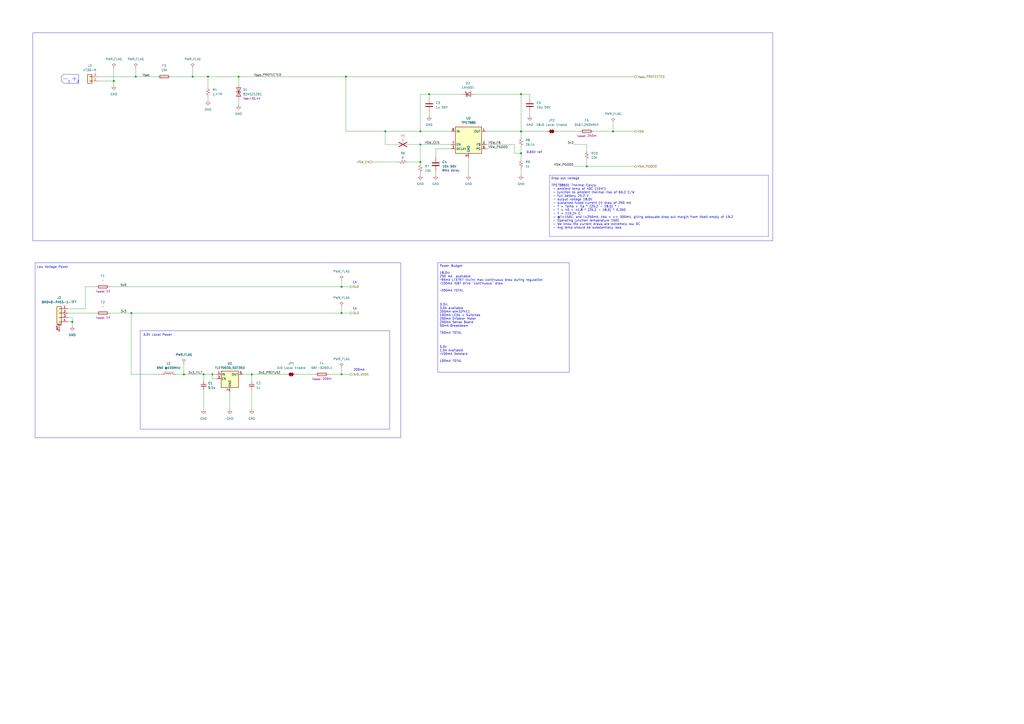
<source format=kicad_sch>
(kicad_sch (version 20231120) (generator "eeschema") (generator_version "8.0")
  (paper "A2")
  (title_block (title "Kicker") (date "2024-12-04") (rev "4.0") (company "The A-Team (RC SSL)") (comment 1 "W. Stuckey"))
  (lib_symbols
    (symbol "AT-PowerIC:TPS7B86-Q1"
      (property "Reference" "U" (at -6.604 -8.636 0))
      (property "Value" "TPS7B86" (at 1.524 -8.89 0))
      (symbol "TPS7B86-Q1_0_1"
        (rectangle (start -7.62 7.62) (end 7.62 -7.62) (stroke (width 0.254)) (fill (type background)))
      )
      (symbol "TPS7B86-Q1_1_0"
        (pin passive line (at -10.16 -5.08 0) (length 2.54) (name "DELAY") (number "3"))
        (pin open_collector line (at 10.16 -5.08 180) (length 2.54) (name "PG") (number "6"))
        (pin input line (at -10.16 -2.54 0) (length 2.54) (name "EN") (number "7"))
        (pin power_in line (at -10.16 5.08 0) (length 2.54) (name "IN") (number "8"))
        (pin passive line (at 0 -10.16 90) (length 2.54) hide (name "GND") (number "9"))
      )
      (symbol "TPS7B86-Q1_1_1"
        (pin power_out line (at 10.16 5.08 180) (length 2.54) (name "OUT") (number "1"))
        (pin input line (at 10.16 -2.54 180) (length 2.54) (name "FB") (number "2"))
        (pin no_connect line (at 0 7.62 270) (length 2.54) hide (name "NC") (number "4"))
        (pin power_in line (at 0 -10.16 90) (length 2.54) (name "GND") (number "5"))
      )
    )
    (symbol "Connector_Generic:Conn_01x02" (pin_names (offset 1.016) hide)
      (property "Reference" "J" (at 0 2.54 0))
      (property "Value" "Conn_01x02" (at 0 -5.08 0))
      (symbol "Conn_01x02_1_1"
        (rectangle (start -1.27 -2.413) (end 0 -2.667) (stroke (width 0.1524)))
        (rectangle (start -1.27 0.127) (end 0 -0.127) (stroke (width 0.1524)))
        (rectangle (start -1.27 1.27) (end 1.27 -3.81) (stroke (width 0.254)) (fill (type background)))
        (pin passive line (at -5.08 0 0) (length 3.81) (name "Pin_1") (number "1"))
        (pin passive line (at -5.08 -2.54 0) (length 3.81) (name "Pin_2") (number "2"))
      )
    )
    (symbol "Connector_Generic_MountingPin:Conn_01x04_MountingPin" (pin_names (offset 1.016) hide)
      (property "Reference" "J" (at 0 5.08 0))
      (property "Value" "Conn_01x04_MountingPin" (at 1.27 -7.62 0))
      (symbol "Conn_01x04_MountingPin_1_1"
        (rectangle (start -1.27 -4.953) (end 0 -5.207) (stroke (width 0.1524)))
        (rectangle (start -1.27 -2.413) (end 0 -2.667) (stroke (width 0.1524)))
        (rectangle (start -1.27 0.127) (end 0 -0.127) (stroke (width 0.1524)))
        (rectangle (start -1.27 2.667) (end 0 2.413) (stroke (width 0.1524)))
        (rectangle (start -1.27 3.81) (end 1.27 -6.35) (stroke (width 0.254)) (fill (type background)))
        (polyline (pts (xy -1.016 -7.112) (xy 1.016 -7.112)) (stroke (width 0.1524)))
        (text "Mounting" (at 0 -6.731 0) (effects (font (size 0.381 0.381))))
        (pin passive line (at -5.08 2.54 0) (length 3.81) (name "Pin_1") (number "1"))
        (pin passive line (at -5.08 0 0) (length 3.81) (name "Pin_2") (number "2"))
        (pin passive line (at -5.08 -2.54 0) (length 3.81) (name "Pin_3") (number "3"))
        (pin passive line (at -5.08 -5.08 0) (length 3.81) (name "Pin_4") (number "4"))
        (pin passive line (at 0 -10.16 90) (length 3.048) (name "MountPin") (number "MP"))
      )
    )
    (symbol "Device:C" (pin_numbers hide) (pin_names (offset 0.254))
      (property "Reference" "C" (at 0.635 2.54 0))
      (property "Value" "C" (at 0.635 -2.54 0))
      (symbol "C_0_1"
        (polyline (pts (xy -2.032 -0.762) (xy 2.032 -0.762)) (stroke (width 0.508)))
        (polyline (pts (xy -2.032 0.762) (xy 2.032 0.762)) (stroke (width 0.508)))
      )
      (symbol "C_1_1"
        (pin passive line (at 0 3.81 270) (length 2.794) (name "~") (number "1"))
        (pin passive line (at 0 -3.81 90) (length 2.794) (name "~") (number "2"))
      )
    )
    (symbol "Device:C_Small" (pin_numbers hide) (pin_names (offset 0.254) hide)
      (property "Reference" "C" (at 0.254 1.778 0))
      (property "Value" "C_Small" (at 0.254 -2.032 0))
      (symbol "C_Small_0_1"
        (polyline (pts (xy -1.524 -0.508) (xy 1.524 -0.508)) (stroke (width 0.3302)))
        (polyline (pts (xy -1.524 0.508) (xy 1.524 0.508)) (stroke (width 0.3048)))
      )
      (symbol "C_Small_1_1"
        (pin passive line (at 0 2.54 270) (length 2.032) (name "~") (number "1"))
        (pin passive line (at 0 -2.54 90) (length 2.032) (name "~") (number "2"))
      )
    )
    (symbol "Device:D_Schottky" (pin_numbers hide) (pin_names (offset 1.016) hide)
      (property "Reference" "D" (at 0 2.54 0))
      (property "Value" "D_Schottky" (at 0 -2.54 0))
      (symbol "D_Schottky_0_1"
        (polyline (pts (xy 1.27 0) (xy -1.27 0)))
        (polyline (pts (xy 1.27 1.27) (xy 1.27 -1.27) (xy -1.27 0) (xy 1.27 1.27)) (stroke (width 0.254)))
        (polyline (pts (xy -1.905 0.635) (xy -1.905 1.27) (xy -1.27 1.27) (xy -1.27 -1.27) (xy -0.635 -1.27) (xy -0.635 -0.635)) (stroke (width 0.254)))
      )
      (symbol "D_Schottky_1_1"
        (pin passive line (at -3.81 0 0) (length 2.54) (name "K") (number "1"))
        (pin passive line (at 3.81 0 180) (length 2.54) (name "A") (number "2"))
      )
    )
    (symbol "Device:D_TVS" (pin_numbers hide) (pin_names (offset 1.016) hide)
      (property "Reference" "D" (at 0 2.54 0))
      (property "Value" "D_TVS" (at 0 -2.54 0))
      (symbol "D_TVS_0_1"
        (polyline (pts (xy 1.27 0) (xy -1.27 0)))
        (polyline (pts (xy 0.508 1.27) (xy 0 1.27) (xy 0 -1.27) (xy -0.508 -1.27)) (stroke (width 0.254)))
        (polyline (pts (xy -2.54 1.27) (xy -2.54 -1.27) (xy 2.54 1.27) (xy 2.54 -1.27) (xy -2.54 1.27)) (stroke (width 0.254)))
      )
      (symbol "D_TVS_1_1"
        (pin passive line (at -3.81 0 0) (length 2.54) (name "A1") (number "1"))
        (pin passive line (at 3.81 0 180) (length 2.54) (name "A2") (number "2"))
      )
    )
    (symbol "Device:Fuse" (pin_numbers hide) (pin_names (offset 0))
      (property "Reference" "F" (at 2.032 0 90))
      (property "Value" "Fuse" (at -1.905 0 90))
      (symbol "Fuse_0_1"
        (rectangle (start -0.762 -2.54) (end 0.762 2.54) (stroke (width 0.254)))
        (polyline (pts (xy 0 2.54) (xy 0 -2.54)))
      )
      (symbol "Fuse_1_1"
        (pin passive line (at 0 3.81 270) (length 1.27) (name "~") (number "1"))
        (pin passive line (at 0 -3.81 90) (length 1.27) (name "~") (number "2"))
      )
    )
    (symbol "Device:L_Ferrite" (pin_numbers hide) (pin_names (offset 1.016) hide)
      (property "Reference" "L" (at -1.27 0 90))
      (property "Value" "L_Ferrite" (at 2.794 0 90))
      (symbol "L_Ferrite_0_1"
        (arc (start 0 -2.54) (mid 0.6323 -1.905) (end 0 -1.27))
        (arc (start 0 -1.27) (mid 0.6323 -0.635) (end 0 0))
        (polyline (pts (xy 1.016 -2.794) (xy 1.016 -2.286)))
        (polyline (pts (xy 1.016 -1.778) (xy 1.016 -1.27)))
        (polyline (pts (xy 1.016 -0.762) (xy 1.016 -0.254)))
        (polyline (pts (xy 1.016 0.254) (xy 1.016 0.762)))
        (polyline (pts (xy 1.016 1.27) (xy 1.016 1.778)))
        (polyline (pts (xy 1.016 2.286) (xy 1.016 2.794)))
        (polyline (pts (xy 1.524 -2.286) (xy 1.524 -2.794)))
        (polyline (pts (xy 1.524 -1.27) (xy 1.524 -1.778)))
        (polyline (pts (xy 1.524 -0.254) (xy 1.524 -0.762)))
        (polyline (pts (xy 1.524 0.762) (xy 1.524 0.254)))
        (polyline (pts (xy 1.524 1.778) (xy 1.524 1.27)))
        (polyline (pts (xy 1.524 2.794) (xy 1.524 2.286)))
        (arc (start 0 0) (mid 0.6323 0.635) (end 0 1.27))
        (arc (start 0 1.27) (mid 0.6323 1.905) (end 0 2.54))
      )
      (symbol "L_Ferrite_1_1"
        (pin passive line (at 0 3.81 270) (length 1.27) (name "1") (number "1"))
        (pin passive line (at 0 -3.81 90) (length 1.27) (name "2") (number "2"))
      )
    )
    (symbol "Device:R_Small_US" (pin_numbers hide) (pin_names (offset 0.254) hide)
      (property "Reference" "R" (at 0.762 0.508 0))
      (property "Value" "R_Small_US" (at 0.762 -1.016 0))
      (symbol "R_Small_US_1_1"
        (polyline (pts (xy 0 0) (xy 1.016 -0.381) (xy 0 -0.762) (xy -1.016 -1.143) (xy 0 -1.524)))
        (polyline (pts (xy 0 1.524) (xy 1.016 1.143) (xy 0 0.762) (xy -1.016 0.381) (xy 0 0)))
        (pin passive line (at 0 2.54 270) (length 1.016) (name "~") (number "1"))
        (pin passive line (at 0 -2.54 90) (length 1.016) (name "~") (number "2"))
      )
    )
    (symbol "Jumper:SolderJumper_2_Bridged" (pin_numbers hide) (pin_names (offset 0) hide) (exclude_from_sim yes) (in_bom no)
      (property "Reference" "JP" (at 0 2.032 0))
      (property "Value" "SolderJumper_2_Bridged" (at 0 -2.54 0))
      (symbol "SolderJumper_2_Bridged_0_1"
        (rectangle (start -0.508 0.508) (end 0.508 -0.508) (fill (type outline)))
        (arc (start -0.254 1.016) (mid -1.2656 0) (end -0.254 -1.016))
        (arc (start -0.254 1.016) (mid -1.2656 0) (end -0.254 -1.016) (fill (type outline)))
        (polyline (pts (xy -0.254 1.016) (xy -0.254 -1.016)))
        (polyline (pts (xy 0.254 1.016) (xy 0.254 -1.016)))
        (arc (start 0.254 -1.016) (mid 1.2656 0) (end 0.254 1.016))
        (arc (start 0.254 -1.016) (mid 1.2656 0) (end 0.254 1.016) (fill (type outline)))
      )
      (symbol "SolderJumper_2_Bridged_1_1"
        (pin passive line (at -3.81 0 0) (length 2.54) (name "A") (number "1"))
        (pin passive line (at 3.81 0 180) (length 2.54) (name "B") (number "2"))
      )
    )
    (symbol "Regulator_Linear:TLV70030_SOT353" (pin_names (offset 0.254))
      (property "Reference" "U" (at -3.81 5.715 0))
      (property "Value" "TLV70030_SOT353" (at 0 5.715 0))
      (symbol "TLV70030_SOT353_0_1"
        (rectangle (start -5.08 4.445) (end 5.08 -5.08) (stroke (width 0.254)) (fill (type background)))
      )
      (symbol "TLV70030_SOT353_1_1"
        (pin power_in line (at -7.62 2.54 0) (length 2.54) (name "IN") (number "1"))
        (pin power_in line (at 0 -7.62 90) (length 2.54) (name "GND") (number "2"))
        (pin input line (at -7.62 0 0) (length 2.54) (name "EN") (number "3"))
        (pin no_connect line (at 5.08 0 180) (length 2.54) hide (name "NC") (number "4"))
        (pin power_out line (at 7.62 2.54 180) (length 2.54) (name "OUT") (number "5"))
      )
    )
    (symbol "power:GND" (power) (pin_numbers hide) (pin_names (offset 0) hide)
      (property "Value" "GND" (at 0 -3.81 0))
      (symbol "GND_0_1"
        (polyline (pts (xy 0 0) (xy 0 -1.27) (xy 1.27 -1.27) (xy 0 -2.54) (xy -1.27 -1.27) (xy 0 -1.27)))
      )
      (symbol "GND_1_1"
        (pin power_in line (at 0 0 270) (length 0) (name "~") (number "1"))
      )
    )
    (symbol "power:PWR_FLAG" (power) (pin_numbers hide) (pin_names (offset 0) hide)
      (property "Value" "PWR_FLAG" (at 0 3.81 0))
      (symbol "PWR_FLAG_0_0"
        (pin power_out line (at 0 0 90) (length 0) (name "~") (number "1"))
      )
      (symbol "PWR_FLAG_0_1"
        (polyline (pts (xy 0 0) (xy 0 1.27) (xy -1.016 1.905) (xy 0 2.54) (xy 1.016 1.905) (xy 0 1.27)))
      )
    )
  )
  (junction (at 66.04 46.99))
  (junction (at 340.36 96.52))
  (junction (at 243.84 93.98))
  (junction (at 198.12 166.37))
  (junction (at 41.91 186.69))
  (junction (at 223.52 76.2))
  (junction (at 120.65 44.45))
  (junction (at 118.11 217.17))
  (junction (at 198.12 217.17))
  (junction (at 111.76 44.45))
  (junction (at 200.66 44.45))
  (junction (at 146.05 217.17))
  (junction (at 248.92 54.61))
  (junction (at 355.6 76.2))
  (junction (at 198.12 181.61))
  (junction (at 78.74 44.45))
  (junction (at 302.26 54.61))
  (junction (at 138.43 44.45))
  (junction (at 302.26 76.2))
  (junction (at 123.19 217.17))
  (junction (at 243.84 76.2))
  (junction (at 76.2 181.61))
  (junction (at 243.84 83.82))
  (junction (at 106.68 217.17))
  (junction (at 302.26 88.9))
  (no_connect (at 34.29 191.77))
  (wire (pts (xy 298.45 83.82) (xy 298.45 88.9)))
  (wire (pts (xy 39.37 186.69) (xy 41.91 186.69)))
  (wire (pts (xy 49.53 179.07) (xy 49.53 166.37)))
  (wire (pts (xy 243.84 54.61) (xy 243.84 76.2)))
  (wire (pts (xy 243.84 93.98) (xy 243.84 95.25)))
  (wire (pts (xy 120.65 44.45) (xy 138.43 44.45)))
  (wire (pts (xy 200.66 44.45) (xy 368.3 44.45)))
  (wire (pts (xy 332.74 83.82) (xy 340.36 83.82)))
  (wire (pts (xy 118.11 217.17) (xy 123.19 217.17)))
  (wire (pts (xy 368.3 96.52) (xy 340.36 96.52)))
  (polyline (pts (xy 39.37 45.72) (xy 36.83 45.72)) (stroke (width 0) (type solid)))
  (wire (pts (xy 120.65 44.45) (xy 120.65 50.8)))
  (wire (pts (xy 78.74 44.45) (xy 91.44 44.45)))
  (wire (pts (xy 355.6 76.2) (xy 368.3 76.2)))
  (wire (pts (xy 248.92 57.15) (xy 248.92 54.61)))
  (wire (pts (xy 302.26 85.09) (xy 302.26 88.9)))
  (wire (pts (xy 146.05 217.17) (xy 140.97 217.17)))
  (wire (pts (xy 76.2 217.17) (xy 76.2 181.61)))
  (wire (pts (xy 198.12 166.37) (xy 203.2 166.37)))
  (polyline (pts (xy 43.18 44.45) (xy 43.18 46.99)) (stroke (width 0) (type solid)))
  (wire (pts (xy 261.62 86.36) (xy 252.73 86.36)))
  (wire (pts (xy 236.22 83.82) (xy 243.84 83.82)))
  (wire (pts (xy 101.6 217.17) (xy 106.68 217.17)))
  (wire (pts (xy 106.68 217.17) (xy 118.11 217.17)))
  (wire (pts (xy 302.26 88.9) (xy 302.26 92.71)))
  (wire (pts (xy 39.37 181.61) (xy 55.88 181.61)))
  (wire (pts (xy 66.04 39.37) (xy 66.04 46.99)))
  (wire (pts (xy 76.2 181.61) (xy 198.12 181.61)))
  (wire (pts (xy 198.12 177.8) (xy 198.12 181.61)))
  (wire (pts (xy 323.85 76.2) (xy 336.55 76.2)))
  (wire (pts (xy 198.12 217.17) (xy 203.2 217.17)))
  (wire (pts (xy 57.15 44.45) (xy 78.74 44.45)))
  (wire (pts (xy 138.43 44.45) (xy 138.43 49.53)))
  (wire (pts (xy 78.74 39.37) (xy 78.74 44.45)))
  (polyline (pts (xy 35.56 44.45) (xy 35.56 46.99)) (stroke (width 0) (type solid)))
  (wire (pts (xy 223.52 76.2) (xy 200.66 76.2)))
  (wire (pts (xy 57.15 46.99) (xy 66.04 46.99)))
  (wire (pts (xy 307.34 64.77) (xy 307.34 67.31)))
  (polyline (pts (xy 45.72 43.18) (xy 36.83 43.18)) (stroke (width 0) (type solid)))
  (wire (pts (xy 231.14 83.82) (xy 223.52 83.82)))
  (polyline (pts (xy 35.56 46.99) (xy 36.83 48.26)) (stroke (width 0) (type solid)))
  (wire (pts (xy 118.11 217.17) (xy 118.11 220.98)))
  (wire (pts (xy 66.04 46.99) (xy 66.04 49.53)))
  (wire (pts (xy 123.19 219.71) (xy 123.19 217.17)))
  (wire (pts (xy 302.26 76.2) (xy 316.23 76.2)))
  (wire (pts (xy 125.73 219.71) (xy 123.19 219.71)))
  (wire (pts (xy 248.92 64.77) (xy 248.92 67.31)))
  (wire (pts (xy 252.73 99.06) (xy 252.73 101.6)))
  (wire (pts (xy 281.94 86.36) (xy 283.21 86.36)))
  (wire (pts (xy 138.43 57.15) (xy 138.43 60.96)))
  (wire (pts (xy 49.53 166.37) (xy 55.88 166.37)))
  (wire (pts (xy 39.37 184.15) (xy 41.91 184.15)))
  (wire (pts (xy 281.94 83.82) (xy 298.45 83.82)))
  (wire (pts (xy 215.9 93.98) (xy 231.14 93.98)))
  (wire (pts (xy 275.59 54.61) (xy 302.26 54.61)))
  (wire (pts (xy 138.43 44.45) (xy 200.66 44.45)))
  (wire (pts (xy 190.5 217.17) (xy 198.12 217.17)))
  (wire (pts (xy 248.92 54.61) (xy 267.97 54.61)))
  (wire (pts (xy 223.52 76.2) (xy 243.84 76.2)))
  (wire (pts (xy 248.92 54.61) (xy 243.84 54.61)))
  (wire (pts (xy 340.36 83.82) (xy 340.36 87.63)))
  (polyline (pts (xy 44.45 45.72) (xy 41.91 45.72)) (stroke (width 0) (type solid)))
  (wire (pts (xy 41.91 184.15) (xy 41.91 186.69)))
  (wire (pts (xy 281.94 76.2) (xy 302.26 76.2)))
  (polyline (pts (xy 36.83 43.18) (xy 35.56 44.45)) (stroke (width 0) (type solid)))
  (wire (pts (xy 63.5 166.37) (xy 198.12 166.37)))
  (polyline (pts (xy 45.72 48.26) (xy 36.83 48.26)) (stroke (width 0) (type solid)))
  (wire (pts (xy 76.2 217.17) (xy 93.98 217.17)))
  (wire (pts (xy 307.34 57.15) (xy 307.34 54.61)))
  (wire (pts (xy 146.05 217.17) (xy 165.1 217.17)))
  (wire (pts (xy 118.11 226.06) (xy 118.11 237.49)))
  (wire (pts (xy 172.72 217.17) (xy 182.88 217.17)))
  (wire (pts (xy 302.26 76.2) (xy 302.26 80.01)))
  (wire (pts (xy 41.91 186.69) (xy 41.91 189.23)))
  (wire (pts (xy 63.5 181.61) (xy 76.2 181.61)))
  (wire (pts (xy 198.12 213.36) (xy 198.12 217.17)))
  (wire (pts (xy 200.66 76.2) (xy 200.66 44.45)))
  (wire (pts (xy 223.52 83.82) (xy 223.52 76.2)))
  (wire (pts (xy 243.84 100.33) (xy 243.84 101.6)))
  (wire (pts (xy 39.37 179.07) (xy 49.53 179.07)))
  (wire (pts (xy 344.17 76.2) (xy 355.6 76.2)))
  (wire (pts (xy 355.6 71.12) (xy 355.6 76.2)))
  (wire (pts (xy 307.34 54.61) (xy 302.26 54.61)))
  (wire (pts (xy 106.68 210.82) (xy 106.68 217.17)))
  (wire (pts (xy 340.36 96.52) (xy 332.74 96.52)))
  (wire (pts (xy 99.06 44.45) (xy 111.76 44.45)))
  (wire (pts (xy 198.12 162.56) (xy 198.12 166.37)))
  (wire (pts (xy 120.65 55.88) (xy 120.65 58.42)))
  (wire (pts (xy 302.26 97.79) (xy 302.26 101.6)))
  (wire (pts (xy 340.36 92.71) (xy 340.36 96.52)))
  (wire (pts (xy 302.26 54.61) (xy 302.26 76.2)))
  (wire (pts (xy 243.84 83.82) (xy 243.84 93.98)))
  (wire (pts (xy 243.84 76.2) (xy 261.62 76.2)))
  (wire (pts (xy 298.45 88.9) (xy 302.26 88.9)))
  (wire (pts (xy 111.76 44.45) (xy 120.65 44.45)))
  (wire (pts (xy 111.76 39.37) (xy 111.76 44.45)))
  (wire (pts (xy 133.35 227.33) (xy 133.35 237.49)))
  (wire (pts (xy 123.19 217.17) (xy 125.73 217.17)))
  (polyline (pts (xy 45.72 43.18) (xy 45.72 48.26)) (stroke (width 0) (type solid)))
  (wire (pts (xy 243.84 83.82) (xy 261.62 83.82)))
  (wire (pts (xy 146.05 226.06) (xy 146.05 237.49)))
  (wire (pts (xy 198.12 181.61) (xy 203.2 181.61)))
  (wire (pts (xy 252.73 86.36) (xy 252.73 91.44)))
  (wire (pts (xy 236.22 93.98) (xy 243.84 93.98)))
  (wire (pts (xy 146.05 217.17) (xy 146.05 220.98)))
  (wire (pts (xy 271.78 91.44) (xy 271.78 101.6)))
  (rectangle (start 81.28 191.77) (end 226.06 248.92))
  (rectangle (start 20.32 152.4) (end 232.41 254))
  (rectangle (start 19.05 19.05) (end 448.31 139.7))
  (text_box "Drop out voltage \n\nTPS7B8601 Thermal Calcs:\n - ambient temp of 40C (104F)\n - junction to ambient thermal rise of 60.2 C/W\n - full battery 25.2 V\n - output voltage 18.0V\n - sustained fused current (I) draw of 250 mA\n - T = Tamb + Tja * (25.2 - 18.0) * I\n - T = 40 + 41.8 * (25.2 - 18.0) * 0.250\n - T = 115.24 C\n - @T=150C, and I=250mA, Vdo = <= 300mV, giving adequate drop out margin from Vbatt empty of 19.2\n - Operating junction temperature 150C\n - We know the current draws are extremely low DC\n - Avg temp should be substantially less" (at 318.77 101.6 0) (size 127 35.56) (effects (font (size 1.27 1.27)) (justify left top)))
  (text_box "Power Budget\n\n18.0V: \n250 mA  available\n~95mA LT3757 Vccint max continuous draw during regulation\n~100mA IGBT drive \"continuous\" draw\n\n~200mA TOTAL\n\n\n\n3.3V:\n3.0A available\n200mA stm32f411\n100mA LEDs + Switches\n200mA Dribbler Motor\n200mA Sense Board\n50mA Breakbeam\n\n750mA TOTAL\n\n\n\n5.0V\n1.0A Available\n~100mA Dotstars\n\n100mA TOTAL" (at 254 152.4 0) (size 76.2 63.5) (effects (font (size 1.27 1.27)) (justify left top)))
  (text "2" (at 44.45 48.26 0) (effects (font (size 1.27 1.27)) (justify left bottom)))
  (text "0.65V ref" (at 309.88 88.392 0) (effects (font (size 1.27 1.27))))
  (text "8ms delay" (at 261.62 99.06 0) (effects (font (size 1.27 1.27))))
  (text "3.0V Local Power" (at 91.44 194.31 0) (effects (font (size 1.27 1.27))))
  (text "Low Voltage Power" (at 30.48 154.94 0) (effects (font (size 1.27 1.27))))
  (text "1A" (at 205.74 163.83 0) (effects (font (size 1.27 1.27))))
  (text "200mA" (at 208.28 214.63 0) (effects (font (size 1.27 1.27))))
  (text "1" (at 39.37 48.26 0) (effects (font (size 1.27 1.27)) (justify left bottom)))
  (text "1A" (at 205.74 179.07 0) (effects (font (size 1.27 1.27))))
  (label "V_{batt}_PROTECTED" (at 147.32 44.45 0))
  (label "3v3" (at 69.85 181.61 0))
  (label "V_{batt}" (at 82.55 44.45 0))
  (label "VSW_FB" (at 283.21 83.82 0))
  (label "VSW_CEN" (at 246.38 83.82 0))
  (label "VSW_PGOOD" (at 283.21 86.36 0))
  (label "5v0" (at 69.85 166.37 0))
  (label "3v0_PREFUSE" (at 149.86 217.17 0))
  (label "3v3" (at 332.74 83.82 180))
  (label "3v3_FILT" (at 109.22 217.17 0))
  (label "VSW_PGOOD" (at 332.74 96.52 180))
  (hierarchical_label "3v0_VDDA" (shape output) (at 203.2 217.17 0))
  (hierarchical_label "VSW_EN" (shape input) (at 215.9 93.98 180))
  (hierarchical_label "V_{batt}_PROTECTED" (shape output) (at 368.3 44.45 0))
  (hierarchical_label "VSW" (shape output) (at 368.3 76.2 0))
  (hierarchical_label "5v0" (shape output) (at 203.2 166.37 0))
  (hierarchical_label "3v3" (shape output) (at 203.2 181.61 0))
  (hierarchical_label "VSW_PGOOD" (shape output) (at 368.3 96.52 0))
  (symbol (lib_id "power:PWR_FLAG") (at 106.68 210.82 0) (unit 1)
    (property "Reference" "#FLG04" (effects (hide yes)))
    (property "Value" "PWR_FLAG" (at 106.68 205.74 0))
    (property "Description" "Special symbol for telling ERC where power comes from" (effects (hide yes)))
  )
  (symbol (lib_id "power:PWR_FLAG") (at 198.12 162.56 0) (unit 1)
    (property "Reference" "#FLG06" (effects (hide yes)))
    (property "Value" "PWR_FLAG" (at 198.12 157.48 0))
    (property "Description" "Special symbol for telling ERC where power comes from" (effects (hide yes)))
  )
  (symbol (lib_id "power:GND") (at 307.34 67.31 0) (unit 1)
    (property "Reference" "#PWR021" (effects (hide yes)))
    (property "Value" "GND" (at 307.34 72.39 0))
    (property "Description" "Power symbol creates a global label with name \"GND\" , ground" (effects (hide yes)))
  )
  (symbol (lib_id "Device:C_Small") (at 118.11 223.52 0) (unit 1)
    (property "Reference" "C1" (at 120.65 222.2562 0) (effects (justify left)))
    (property "Value" "0.1u" (at 120.65 224.7962 0) (effects (justify left)))
    (property "Footprint" "Capacitor_SMD:C_0402_1005Metric" (effects (hide yes)))
    (property "Description" "Unpolarized capacitor, small symbol" (effects (hide yes)))
    (property "LCSC" "C307331" (effects (hide yes)))
  )
  (symbol (lib_id "Device:C") (at 307.34 60.96 180) (unit 1)
    (property "Reference" "C5" (at 311.15 59.6899 0) (effects (justify right)))
    (property "Value" "10u 50V" (at 311.15 62.2299 0) (effects (justify right)))
    (property "Footprint" "Capacitor_SMD:C_0805_2012Metric" (effects (hide yes)))
    (property "Description" "Unpolarized capacitor" (effects (hide yes)))
    (property "LCSC" "C440198" (effects (hide yes)))
  )
  (symbol (lib_id "Device:C_Small") (at 146.05 223.52 0) (mirror y) (unit 1)
    (property "Reference" "C2" (at 148.59 222.2562 0) (effects (justify right)))
    (property "Value" "1u" (at 148.59 224.7962 0) (effects (justify right)))
    (property "Footprint" "Capacitor_SMD:C_1206_3216Metric" (effects (hide yes)))
    (property "Description" "Unpolarized capacitor, small symbol" (effects (hide yes)))
    (property "LCSC" "C1848" (effects (hide yes)))
  )
  (symbol (lib_id "power:GND") (at 41.91 189.23 0) (unit 1)
    (property "Reference" "#PWR09" (effects (hide yes)))
    (property "Value" "GND" (at 41.91 194.31 0))
    (property "Description" "Power symbol creates a global label with name \"GND\" , ground" (effects (hide yes)))
  )
  (symbol (lib_id "Device:Fuse") (at 186.69 217.17 90) (unit 1)
    (property "Reference" "F4" (at 186.69 210.82 90))
    (property "Value" "06F-0200L1" (at 186.69 213.36 90))
    (property "Footprint" "Fuse:Fuse_0603_1608Metric_Pad1.05x0.95mm_HandSolder" (effects (hide yes)))
    (property "Description" "Fuse" (effects (hide yes)))
    (property "I_{rated}" "200m" (at 186.69 219.71 90) (show_name yes))
    (property "LCSC" "C377220" (effects (hide yes)))
  )
  (symbol (lib_id "Jumper:SolderJumper_2_Bridged") (at 320.04 76.2 0) (unit 1) (exclude_from_sim yes) (in_bom no)
    (property "Reference" "JP2" (at 320.04 69.85 0))
    (property "Value" "18v0 Local Enable" (at 320.04 72.39 0))
    (property "Footprint" "AT-BoardFeatures:SolderJumper-2_2.0x1.2mm_Closed" (effects (hide yes)))
    (property "Description" "Solder Jumper, 2-pole, closed/bridged" (effects (hide yes)))
  )
  (symbol (lib_id "power:PWR_FLAG") (at 111.76 39.37 0) (unit 1)
    (property "Reference" "#FLG05" (effects (hide yes)))
    (property "Value" "PWR_FLAG" (at 111.76 34.29 0))
    (property "Description" "Special symbol for telling ERC where power comes from" (effects (hide yes)))
  )
  (symbol (lib_id "power:GND") (at 66.04 49.53 0) (mirror y) (unit 1)
    (property "Reference" "#PWR010" (effects (hide yes)))
    (property "Value" "GND" (at 66.04 54.61 0))
    (property "Description" "Power symbol creates a global label with name \"GND\" , ground" (effects (hide yes)))
  )
  (symbol (lib_id "power:GND") (at 146.05 237.49 0) (mirror y) (unit 1)
    (property "Reference" "#PWR015" (effects (hide yes)))
    (property "Value" "GND" (at 146.05 242.824 0))
    (property "Description" "Power symbol creates a global label with name \"GND\" , ground" (effects (hide yes)))
  )
  (symbol (lib_id "power:PWR_FLAG") (at 198.12 177.8 0) (unit 1)
    (property "Reference" "#FLG07" (effects (hide yes)))
    (property "Value" "PWR_FLAG" (at 198.12 172.72 0))
    (property "Description" "Special symbol for telling ERC where power comes from" (effects (hide yes)))
  )
  (symbol (lib_id "Connector_Generic:Conn_01x02") (at 52.07 46.99 180) (unit 1) (in_bom no)
    (property "Reference" "J3" (at 52.07 38.1 0))
    (property "Value" "XT30-M" (at 52.07 40.64 0))
    (property "Footprint" "Connector_AMASS:AMASS_XT30U-M_1x02_P5.0mm_Vertical" (effects (hide yes)))
    (property "Description" "Generic connector, single row, 01x02, script generated (kicad-library-utils/schlib/autogen/connector/)" (effects (hide yes)))
    (property "LCSC" "C99102" (effects (hide yes)))
  )
  (symbol (lib_id "Connector_Generic_MountingPin:Conn_01x04_MountingPin") (at 34.29 181.61 0) (mirror y) (unit 1)
    (property "Reference" "J2" (at 34.29 172.72 0))
    (property "Value" "BM04B-PASS-1-TFT" (at 34.29 175.26 0))
    (property "Footprint" "AT-Connectors:JST_PA_BM04B-PASS_1x04_P2.00_Vertical" (effects (hide yes)))
    (property "Description" "Generic connectable mounting pin connector, single row, 01x04, script generated (kicad-library-utils/schlib/autogen/connector/)" (effects (hide yes)))
    (property "LCSC" "C265298" (effects (hide yes)))
  )
  (symbol (lib_id "Device:R_Small_US") (at 302.26 95.25 0) (mirror y) (unit 1)
    (property "Reference" "R9" (at 304.8 93.98 0) (effects (justify right)))
    (property "Value" "1k" (at 304.8 96.52 0) (effects (justify right)))
    (property "Footprint" "Resistor_SMD:R_0402_1005Metric" (effects (hide yes)))
    (property "Description" "Resistor, small US symbol" (effects (hide yes)))
    (property "LCSC" "C11702" (effects (hide yes)))
  )
  (symbol (lib_id "Device:Fuse") (at 340.36 76.2 90) (unit 1)
    (property "Reference" "F5" (at 340.36 69.85 90))
    (property "Value" "0467.250NRHF" (at 340.36 72.39 90))
    (property "Footprint" "Fuse:Fuse_0603_1608Metric_Pad1.05x0.95mm_HandSolder" (effects (hide yes)))
    (property "Description" "Fuse" (effects (hide yes)))
    (property "I_{rated}" "250m" (at 340.36 78.74 90) (show_name yes))
    (property "LCSC" "C151137" (effects (hide yes)))
  )
  (symbol (lib_id "power:PWR_FLAG") (at 198.12 213.36 0) (unit 1)
    (property "Reference" "#FLG08" (effects (hide yes)))
    (property "Value" "PWR_FLAG" (at 198.12 208.28 0))
    (property "Description" "Special symbol for telling ERC where power comes from" (effects (hide yes)))
  )
  (symbol (lib_id "Device:L_Ferrite") (at 97.79 217.17 90) (unit 1)
    (property "Reference" "L1" (at 97.79 210.82 90))
    (property "Value" "650 @100MHz" (at 97.79 213.36 90))
    (property "Footprint" "Resistor_SMD:R_0603_1608Metric" (effects (hide yes)))
    (property "Description" "Inductor with ferrite core" (effects (hide yes)))
    (property "LCSC" "C21189" (effects (hide yes)))
  )
  (symbol (lib_id "power:PWR_FLAG") (at 355.6 71.12 0) (unit 1)
    (property "Reference" "#FLG09" (effects (hide yes)))
    (property "Value" "PWR_FLAG" (at 355.6 66.04 0))
    (property "Description" "Special symbol for telling ERC where power comes from" (effects (hide yes)))
  )
  (symbol (lib_id "power:GND") (at 118.11 237.49 0) (unit 1)
    (property "Reference" "#PWR011" (effects (hide yes)))
    (property "Value" "GND" (at 118.11 242.824 0))
    (property "Description" "Power symbol creates a global label with name \"GND\" , ground" (effects (hide yes)))
  )
  (symbol (lib_id "Device:R_Small_US") (at 302.26 82.55 0) (mirror y) (unit 1)
    (property "Reference" "R8" (at 304.8 81.28 0) (effects (justify right)))
    (property "Value" "26.1k" (at 304.8 83.82 0) (effects (justify right)))
    (property "Footprint" "Resistor_SMD:R_0402_1005Metric" (effects (hide yes)))
    (property "Description" "Resistor, small US symbol" (effects (hide yes)))
    (property "LCSC" "C102932" (effects (hide yes)))
  )
  (symbol (lib_id "Device:C") (at 248.92 60.96 180) (unit 1)
    (property "Reference" "C3" (at 252.73 59.6899 0) (effects (justify right)))
    (property "Value" "1u 50V" (at 252.73 62.2299 0) (effects (justify right)))
    (property "Footprint" "Capacitor_SMD:C_0402_1005Metric" (effects (hide yes)))
    (property "Description" "Unpolarized capacitor" (effects (hide yes)))
    (property "LCSC" "C1518208" (effects (hide yes)))
  )
  (symbol (lib_id "power:PWR_FLAG") (at 78.74 39.37 0) (unit 1)
    (property "Reference" "#FLG03" (effects (hide yes)))
    (property "Value" "PWR_FLAG" (at 78.74 34.29 0))
    (property "Description" "Special symbol for telling ERC where power comes from" (effects (hide yes)))
  )
  (symbol (lib_id "Device:D_Schottky") (at 271.78 54.61 0) (unit 1)
    (property "Reference" "D2" (at 271.4625 48.26 0))
    (property "Value" "1N4001" (at 271.4625 50.8 0))
    (property "Footprint" "Diode_SMD:D_SMA" (effects (hide yes)))
    (property "Description" "Schottky diode" (effects (hide yes)))
    (property "LCSC" "C2909965" (effects (hide yes)))
  )
  (symbol (lib_id "Device:R_Small_US") (at 233.68 83.82 90) (mirror x) (unit 1) (dnp yes)
    (property "Reference" "R5" (at 233.68 78.74 90))
    (property "Value" "0" (at 233.68 81.28 90))
    (property "Footprint" "Resistor_SMD:R_0402_1005Metric" (effects (hide yes)))
    (property "Description" "Resistor, small US symbol" (effects (hide yes)))
    (property "LCSC" "C106231" (effects (hide yes)))
  )
  (symbol (lib_id "power:PWR_FLAG") (at 66.04 39.37 0) (unit 1)
    (property "Reference" "#FLG02" (effects (hide yes)))
    (property "Value" "PWR_FLAG" (at 66.04 34.29 0))
    (property "Description" "Special symbol for telling ERC where power comes from" (effects (hide yes)))
  )
  (symbol (lib_id "Device:C") (at 252.73 95.25 0) (mirror y) (unit 1)
    (property "Reference" "C4" (at 256.54 93.9799 0) (effects (justify right)))
    (property "Value" "10n 50V" (at 256.54 96.5199 0) (effects (justify right)))
    (property "Footprint" "Capacitor_SMD:C_0402_1005Metric" (effects (hide yes)))
    (property "Description" "Unpolarized capacitor" (effects (hide yes)))
    (property "LCSC" "C77019" (effects (hide yes)))
  )
  (symbol (lib_id "Jumper:SolderJumper_2_Bridged") (at 168.91 217.17 0) (unit 1) (exclude_from_sim yes) (in_bom no)
    (property "Reference" "JP1" (at 168.91 210.82 0))
    (property "Value" "3v0 Local Enable" (at 168.91 213.36 0))
    (property "Footprint" "AT-BoardFeatures:SolderJumper-2_2.0x1.2mm_Closed" (effects (hide yes)))
    (property "Description" "Solder Jumper, 2-pole, closed/bridged" (effects (hide yes)))
  )
  (symbol (lib_id "power:GND") (at 120.65 58.42 0) (unit 1)
    (property "Reference" "#PWR012" (effects (hide yes)))
    (property "Value" "GND" (at 120.65 63.5 0))
    (property "Description" "Power symbol creates a global label with name \"GND\" , ground" (effects (hide yes)))
  )
  (symbol (lib_id "Device:R_Small_US") (at 243.84 97.79 0) (mirror y) (unit 1)
    (property "Reference" "R7" (at 246.38 96.52 0) (effects (justify right)))
    (property "Value" "10k" (at 246.38 99.06 0) (effects (justify right)))
    (property "Footprint" "Resistor_SMD:R_0402_1005Metric" (effects (hide yes)))
    (property "Description" "Resistor, small US symbol" (effects (hide yes)))
    (property "LCSC" "C60490" (effects (hide yes)))
  )
  (symbol (lib_id "power:GND") (at 138.43 60.96 0) (unit 1)
    (property "Reference" "#PWR014" (effects (hide yes)))
    (property "Value" "GND" (at 138.43 66.04 0))
    (property "Description" "Power symbol creates a global label with name \"GND\" , ground" (effects (hide yes)))
  )
  (symbol (lib_id "power:GND") (at 133.35 237.49 0) (unit 1)
    (property "Reference" "#PWR013" (effects (hide yes)))
    (property "Value" "GND" (at 133.35 242.824 0))
    (property "Description" "Power symbol creates a global label with name \"GND\" , ground" (effects (hide yes)))
  )
  (symbol (lib_id "power:GND") (at 252.73 101.6 0) (unit 1)
    (property "Reference" "#PWR018" (effects (hide yes)))
    (property "Value" "GND" (at 252.73 106.68 0))
    (property "Description" "Power symbol creates a global label with name \"GND\" , ground" (effects (hide yes)))
  )
  (symbol (lib_id "power:GND") (at 271.78 101.6 0) (unit 1)
    (property "Reference" "#PWR019" (effects (hide yes)))
    (property "Value" "GND" (at 271.78 106.68 0))
    (property "Description" "Power symbol creates a global label with name \"GND\" , ground" (effects (hide yes)))
  )
  (symbol (lib_id "Device:Fuse") (at 95.25 44.45 90) (unit 1)
    (property "Reference" "F3" (at 95.25 38.1 90))
    (property "Value" "10A" (at 95.25 40.64 90))
    (property "Footprint" "AT-Fuses:3557-2" (effects (hide yes)))
    (property "Description" "Fuse" (effects (hide yes)))
    (property "LCSC" "C352820" (effects (hide yes)))
  )
  (symbol (lib_id "Regulator_Linear:TLV70030_SOT353") (at 133.35 219.71 0) (unit 1)
    (property "Reference" "U1" (at 133.35 210.82 0))
    (property "Value" "TLV70030_SOT353" (at 133.35 213.36 0))
    (property "Footprint" "Package_TO_SOT_SMD:SOT-353_SC-70-5" (effects (hide yes)))
    (property "Datasheet" "http://www.ti.com/lit/ds/symlink/tlv700.pdf" (effects (hide yes)))
    (property "Description" "200mA Low Dropout Voltage Regulator, Fixed Output 3V, SC70-5" (effects (hide yes)))
    (property "LCSC" "C527437" (effects (hide yes)))
  )
  (symbol (lib_id "Device:R_Small_US") (at 233.68 93.98 90) (mirror x) (unit 1)
    (property "Reference" "R6" (at 233.68 88.9 90))
    (property "Value" "0" (at 233.68 91.44 90))
    (property "Footprint" "Resistor_SMD:R_0402_1005Metric" (effects (hide yes)))
    (property "Description" "Resistor, small US symbol" (effects (hide yes)))
    (property "LCSC" "C106231" (effects (hide yes)))
  )
  (symbol (lib_id "Device:Fuse") (at 59.69 166.37 90) (unit 1)
    (property "Reference" "F1" (at 59.69 160.02 90))
    (property "Value" "~" (at 59.69 162.56 90))
    (property "Footprint" "Fuse:Fuse_0603_1608Metric_Pad1.05x0.95mm_HandSolder" (effects (hide yes)))
    (property "Description" "Fuse" (effects (hide yes)))
    (property "I_{rated}" "1A" (at 59.69 168.91 90) (show_name yes))
    (property "LCSC" "C187605" (effects (hide yes)))
  )
  (symbol (lib_id "power:GND") (at 248.92 67.31 0) (unit 1)
    (property "Reference" "#PWR017" (effects (hide yes)))
    (property "Value" "GND" (at 248.92 72.39 0))
    (property "Description" "Power symbol creates a global label with name \"GND\" , ground" (effects (hide yes)))
  )
  (symbol (lib_id "Device:R_Small_US") (at 340.36 90.17 0) (mirror y) (unit 1)
    (property "Reference" "R10" (at 342.9 88.9 0) (effects (justify right)))
    (property "Value" "10k" (at 342.9 91.44 0) (effects (justify right)))
    (property "Footprint" "Resistor_SMD:R_0402_1005Metric" (effects (hide yes)))
    (property "Description" "Resistor, small US symbol" (effects (hide yes)))
    (property "LCSC" "C60490" (effects (hide yes)))
  )
  (symbol (lib_id "power:GND") (at 243.84 101.6 0) (unit 1)
    (property "Reference" "#PWR016" (effects (hide yes)))
    (property "Value" "GND" (at 243.84 106.68 0))
    (property "Description" "Power symbol creates a global label with name \"GND\" , ground" (effects (hide yes)))
  )
  (symbol (lib_id "Device:Fuse") (at 59.69 181.61 90) (unit 1)
    (property "Reference" "F2" (at 59.69 175.26 90))
    (property "Value" "~" (at 59.69 177.8 90))
    (property "Footprint" "Fuse:Fuse_0603_1608Metric_Pad1.05x0.95mm_HandSolder" (effects (hide yes)))
    (property "Description" "Fuse" (effects (hide yes)))
    (property "I_{rated}" "1A" (at 59.69 184.15 90) (show_name yes))
    (property "LCSC" "C187605" (effects (hide yes)))
  )
  (symbol (lib_id "power:GND") (at 302.26 101.6 0) (unit 1)
    (property "Reference" "#PWR020" (effects (hide yes)))
    (property "Value" "GND" (at 302.26 106.68 0))
    (property "Description" "Power symbol creates a global label with name \"GND\" , ground" (effects (hide yes)))
  )
  (symbol (lib_id "Device:R_Small_US") (at 120.65 53.34 180) (unit 1)
    (property "Reference" "R4" (at 123.19 52.07 0) (effects (justify right)))
    (property "Value" "1.47M" (at 123.19 54.61 0) (effects (justify right)))
    (property "Footprint" "Resistor_SMD:R_0805_2012Metric" (effects (hide yes)))
    (property "Description" "Resistor, small US symbol" (effects (hide yes)))
    (property "LCSC" "C189666" (effects (hide yes)))
  )
  (symbol (lib_id "Device:D_TVS") (at 138.43 53.34 90) (unit 1)
    (property "Reference" "D1" (at 140.97 52.0699 90) (effects (justify right)))
    (property "Value" "824521261" (at 140.97 54.61 90) (effects (justify right)))
    (property "Footprint" "AT-Discrete:D_SMB_Non-Polar" (effects (hide yes)))
    (property "Description" "Bidirectional transient-voltage-suppression diode" (effects (hide yes)))
    (property "V_{BR}" "V_{BR}=30.4V" (at 146.05 57.15 90))
    (property "LCSC" "C3708253" (effects (hide yes)))
  )
  (symbol (lib_id "AT-PowerIC:TPS7B86-Q1") (at 271.78 81.28 0) (unit 1)
    (property "Reference" "U2" (at 271.78 68.58 0))
    (property "Value" "TPS7B86" (at 271.78 71.12 0))
    (property "Footprint" "Package_SO:Texas_HSOP-8-1EP_3.9x4.9mm_P1.27mm" (effects (hide yes)))
    (property "Datasheet" "https://www.ti.com/lit/ds/symlink/tps7b86-q1.pdf?ts=1732504990157" (effects (hide yes)))
    (property "Description" "High voltage low-dropout linear regulator, 3V to 40 VIn, 1.2V to 18V output, 500mA, HSOIC8" (effects (hide yes)))
    (property "LCSC" "C5189739" (effects (hide yes)))
  )
)
</source>
